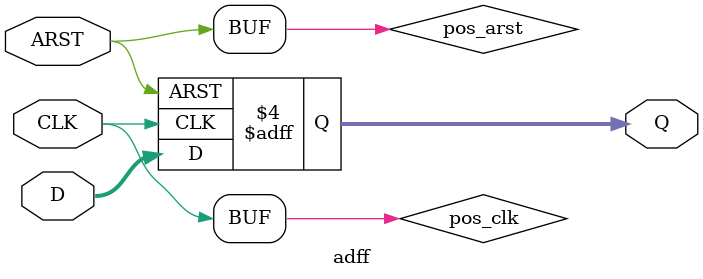
<source format=v>
module adff (CLK, ARST, D, Q);
    
    parameter WIDTH = 2;
    parameter CLK_POLARITY = 1'b1;
    parameter ARST_POLARITY = 1'b1;
    parameter ARST_VALUE = 0;
    
    input CLK, ARST;
    input [WIDTH-1:0] D;
    output reg [WIDTH-1:0] Q;
    wire pos_clk = CLK == CLK_POLARITY;
    wire pos_arst = ARST == ARST_POLARITY;
    
    always @(posedge pos_clk, posedge pos_arst) begin
        if (pos_arst)
            Q <= ARST_VALUE;
        else
            Q <= D;
    end
    
endmodule


</source>
